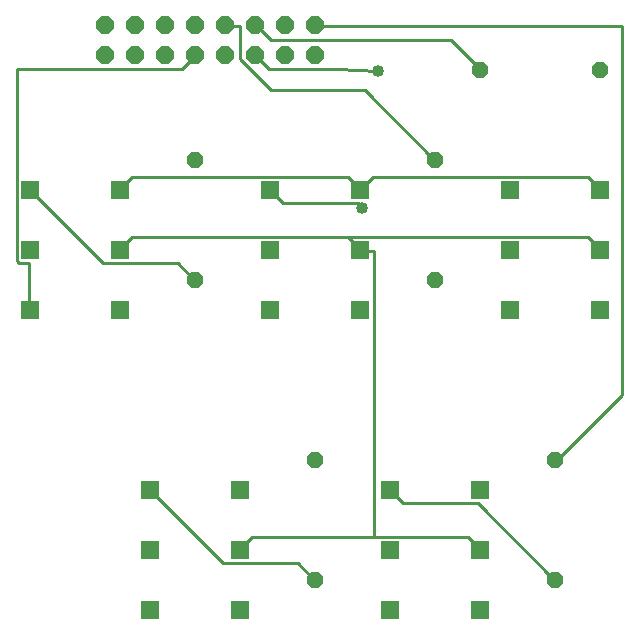
<source format=gbl>
G75*
G70*
%OFA0B0*%
%FSLAX24Y24*%
%IPPOS*%
%LPD*%
%AMOC8*
5,1,8,0,0,1.08239X$1,22.5*
%
%ADD10R,0.0591X0.0591*%
%ADD11OC8,0.0600*%
%ADD12OC8,0.0520*%
%ADD13C,0.0100*%
%ADD14C,0.0400*%
D10*
X007100Y005100D03*
X007100Y007100D03*
X007100Y009100D03*
X010100Y009100D03*
X010100Y007100D03*
X010100Y005100D03*
X015100Y005100D03*
X015100Y007100D03*
X015100Y009100D03*
X018100Y009100D03*
X018100Y007100D03*
X018100Y005100D03*
X019100Y015100D03*
X019100Y017100D03*
X019100Y019100D03*
X022100Y019100D03*
X022100Y017100D03*
X022100Y015100D03*
X014100Y015100D03*
X014100Y017100D03*
X014100Y019100D03*
X011100Y019100D03*
X011100Y017100D03*
X011100Y015100D03*
X006100Y015100D03*
X006100Y017100D03*
X006100Y019100D03*
X003100Y019100D03*
X003100Y017100D03*
X003100Y015100D03*
D11*
X005600Y023600D03*
X005600Y024600D03*
X006600Y024600D03*
X006600Y023600D03*
X007600Y023600D03*
X007600Y024600D03*
X008600Y024600D03*
X008600Y023600D03*
X009600Y023600D03*
X009600Y024600D03*
X010600Y024600D03*
X010600Y023600D03*
X011600Y023600D03*
X011600Y024600D03*
X012600Y024600D03*
X012600Y023600D03*
D12*
X016600Y020100D03*
X018100Y023100D03*
X022100Y023100D03*
X016600Y016100D03*
X012600Y010100D03*
X012600Y006100D03*
X020600Y006100D03*
X020600Y010100D03*
X008600Y016100D03*
X008600Y020100D03*
D13*
X006500Y019540D02*
X006100Y019140D01*
X006100Y019100D01*
X006500Y019540D02*
X013700Y019540D01*
X014100Y019100D01*
X014540Y019540D01*
X021700Y019540D01*
X022100Y019140D01*
X022100Y019100D01*
X021700Y017540D02*
X013700Y017540D01*
X006500Y017540D01*
X006100Y017140D01*
X006100Y017100D01*
X005540Y016660D02*
X003100Y019100D01*
X002660Y016740D02*
X002660Y023140D01*
X008180Y023140D01*
X008580Y023540D01*
X008600Y023600D01*
X009620Y024580D02*
X009600Y024600D01*
X009620Y024580D02*
X010100Y024580D01*
X010100Y023460D01*
X011140Y022420D01*
X014260Y022420D01*
X016580Y020100D01*
X016600Y020100D01*
X014180Y018500D02*
X014020Y018660D01*
X011540Y018660D01*
X011100Y019100D01*
X013700Y019540D02*
X014100Y019140D01*
X014100Y019100D01*
X013700Y017540D02*
X014100Y017140D01*
X014100Y017100D01*
X014100Y017060D01*
X014580Y017060D01*
X014580Y007540D01*
X010500Y007540D01*
X010100Y007140D01*
X010100Y007100D01*
X009540Y006660D02*
X007100Y009100D01*
X009540Y006660D02*
X012020Y006660D01*
X012580Y006100D01*
X012600Y006100D01*
X014580Y007540D02*
X017700Y007540D01*
X018100Y007140D01*
X018100Y007100D01*
X018020Y008660D02*
X015540Y008660D01*
X015100Y009100D01*
X018020Y008660D02*
X020580Y006100D01*
X020600Y006100D01*
X020660Y010100D02*
X020600Y010100D01*
X020660Y010100D02*
X022820Y012260D01*
X022820Y024580D01*
X012660Y024580D01*
X012600Y024600D01*
X013380Y023140D02*
X011060Y023140D01*
X010600Y023600D01*
X011140Y024100D02*
X010660Y024580D01*
X010600Y024600D01*
X011140Y024100D02*
X017140Y024100D01*
X018100Y023140D01*
X018100Y023100D01*
X014700Y023070D02*
X013380Y023140D01*
X008020Y016660D02*
X005540Y016660D01*
X003060Y016660D02*
X003060Y015140D01*
X003100Y015100D01*
X003060Y016660D02*
X002740Y016660D01*
X002660Y016740D01*
X008020Y016660D02*
X008580Y016100D01*
X008600Y016100D01*
X021700Y017540D02*
X022100Y017140D01*
X022100Y017100D01*
D14*
X014700Y023070D03*
X014180Y018500D03*
M02*

</source>
